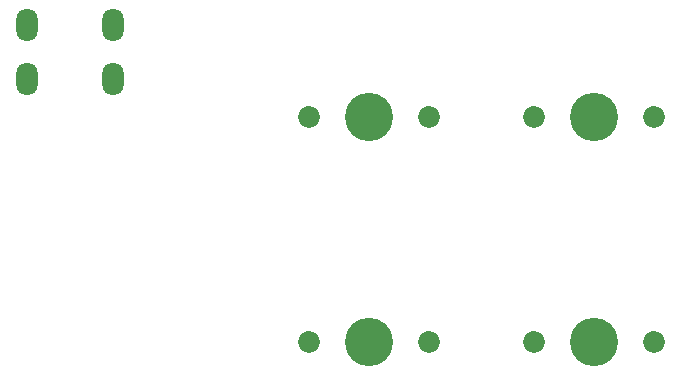
<source format=gbr>
%TF.GenerationSoftware,KiCad,Pcbnew,(5.1.6)-1*%
%TF.CreationDate,2020-07-09T12:21:52-07:00*%
%TF.ProjectId,guide,67756964-652e-46b6-9963-61645f706362,rev?*%
%TF.SameCoordinates,Original*%
%TF.FileFunction,Soldermask,Top*%
%TF.FilePolarity,Negative*%
%FSLAX46Y46*%
G04 Gerber Fmt 4.6, Leading zero omitted, Abs format (unit mm)*
G04 Created by KiCad (PCBNEW (5.1.6)-1) date 2020-07-09 12:21:52*
%MOMM*%
%LPD*%
G01*
G04 APERTURE LIST*
%ADD10O,1.800000X2.800000*%
%ADD11C,1.850000*%
%ADD12C,4.087800*%
G04 APERTURE END LIST*
D10*
%TO.C,USB1*%
X83726000Y-65278000D03*
X91026000Y-65278000D03*
X91026000Y-69778000D03*
X83726000Y-69778000D03*
%TD*%
D11*
%TO.C,MX4*%
X136842500Y-92075000D03*
X126682500Y-92075000D03*
D12*
X131762500Y-92075000D03*
%TD*%
D11*
%TO.C,MX3*%
X117792500Y-92075000D03*
X107632500Y-92075000D03*
D12*
X112712500Y-92075000D03*
%TD*%
D11*
%TO.C,MX2*%
X136842500Y-73025000D03*
X126682500Y-73025000D03*
D12*
X131762500Y-73025000D03*
%TD*%
D11*
%TO.C,MX1*%
X117792500Y-73025000D03*
X107632500Y-73025000D03*
D12*
X112712500Y-73025000D03*
%TD*%
M02*

</source>
